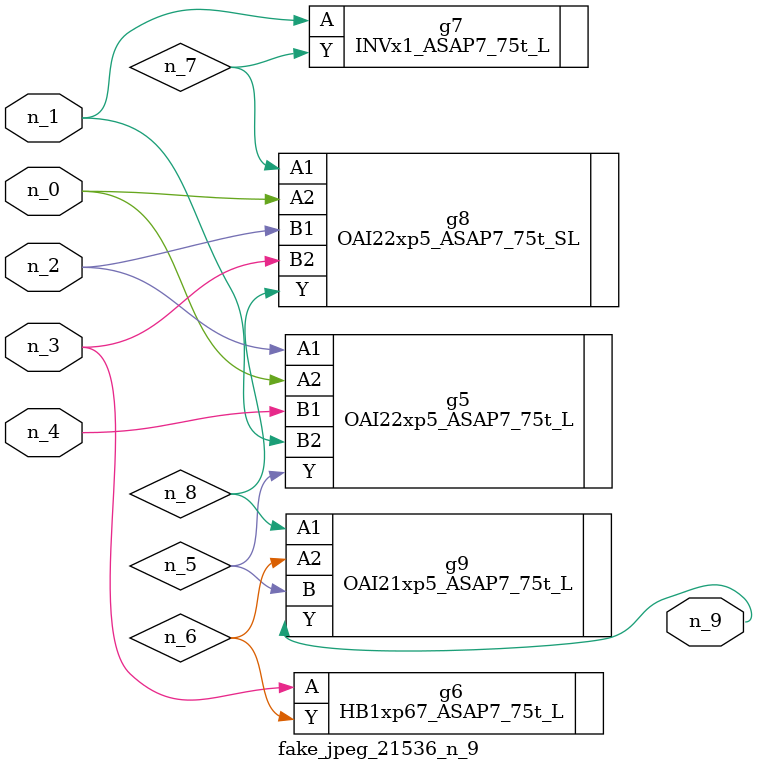
<source format=v>
module fake_jpeg_21536_n_9 (n_3, n_2, n_1, n_0, n_4, n_9);

input n_3;
input n_2;
input n_1;
input n_0;
input n_4;

output n_9;

wire n_8;
wire n_6;
wire n_5;
wire n_7;

OAI22xp5_ASAP7_75t_L g5 ( 
.A1(n_2),
.A2(n_0),
.B1(n_4),
.B2(n_1),
.Y(n_5)
);

HB1xp67_ASAP7_75t_L g6 ( 
.A(n_3),
.Y(n_6)
);

INVx1_ASAP7_75t_L g7 ( 
.A(n_1),
.Y(n_7)
);

OAI22xp5_ASAP7_75t_SL g8 ( 
.A1(n_7),
.A2(n_0),
.B1(n_2),
.B2(n_3),
.Y(n_8)
);

OAI21xp5_ASAP7_75t_L g9 ( 
.A1(n_8),
.A2(n_6),
.B(n_5),
.Y(n_9)
);


endmodule
</source>
